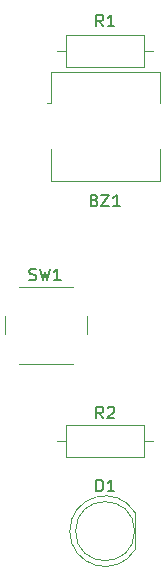
<source format=gbr>
%TF.GenerationSoftware,KiCad,Pcbnew,5.1.9*%
%TF.CreationDate,2021-03-28T18:49:31-04:00*%
%TF.ProjectId,easybutton,65617379-6275-4747-946f-6e2e6b696361,rev?*%
%TF.SameCoordinates,Original*%
%TF.FileFunction,Legend,Top*%
%TF.FilePolarity,Positive*%
%FSLAX46Y46*%
G04 Gerber Fmt 4.6, Leading zero omitted, Abs format (unit mm)*
G04 Created by KiCad (PCBNEW 5.1.9) date 2021-03-28 18:49:31*
%MOMM*%
%LPD*%
G01*
G04 APERTURE LIST*
%ADD10C,0.120000*%
%ADD11C,0.150000*%
G04 APERTURE END LIST*
D10*
%TO.C,D1*%
X143530000Y-123465000D02*
X143530000Y-120375000D01*
X143470000Y-121920000D02*
G75*
G03*
X143470000Y-121920000I-2500000J0D01*
G01*
X137980000Y-121919538D02*
G75*
G03*
X143530000Y-123464830I2990000J-462D01*
G01*
X137980000Y-121920462D02*
G75*
G02*
X143530000Y-120375170I2990000J462D01*
G01*
%TO.C,R1*%
X136930000Y-81280000D02*
X137700000Y-81280000D01*
X145010000Y-81280000D02*
X144240000Y-81280000D01*
X137700000Y-82650000D02*
X144240000Y-82650000D01*
X137700000Y-79910000D02*
X137700000Y-82650000D01*
X144240000Y-79910000D02*
X137700000Y-79910000D01*
X144240000Y-82650000D02*
X144240000Y-79910000D01*
%TO.C,SW1*%
X139465000Y-105235000D02*
X139465000Y-103735000D01*
X138215000Y-101235000D02*
X133715000Y-101235000D01*
X132465000Y-103735000D02*
X132465000Y-105235000D01*
X133715000Y-107735000D02*
X138215000Y-107735000D01*
%TO.C,BZ1*%
X136360000Y-85670000D02*
X136360000Y-83020000D01*
X136360000Y-83020000D02*
X145580000Y-83020000D01*
X145580000Y-83020000D02*
X145580000Y-85670000D01*
X145580000Y-89590000D02*
X145580000Y-92240000D01*
X145580000Y-92240000D02*
X136360000Y-92240000D01*
X136360000Y-92240000D02*
X136360000Y-89590000D01*
X136360000Y-85670000D02*
X136030000Y-85670000D01*
%TO.C,R2*%
X145010000Y-114300000D02*
X144240000Y-114300000D01*
X136930000Y-114300000D02*
X137700000Y-114300000D01*
X144240000Y-112930000D02*
X137700000Y-112930000D01*
X144240000Y-115670000D02*
X144240000Y-112930000D01*
X137700000Y-115670000D02*
X144240000Y-115670000D01*
X137700000Y-112930000D02*
X137700000Y-115670000D01*
%TO.C,D1*%
D11*
X140231904Y-118562380D02*
X140231904Y-117562380D01*
X140470000Y-117562380D01*
X140612857Y-117610000D01*
X140708095Y-117705238D01*
X140755714Y-117800476D01*
X140803333Y-117990952D01*
X140803333Y-118133809D01*
X140755714Y-118324285D01*
X140708095Y-118419523D01*
X140612857Y-118514761D01*
X140470000Y-118562380D01*
X140231904Y-118562380D01*
X141755714Y-118562380D02*
X141184285Y-118562380D01*
X141470000Y-118562380D02*
X141470000Y-117562380D01*
X141374761Y-117705238D01*
X141279523Y-117800476D01*
X141184285Y-117848095D01*
%TO.C,R1*%
X140803333Y-79192380D02*
X140470000Y-78716190D01*
X140231904Y-79192380D02*
X140231904Y-78192380D01*
X140612857Y-78192380D01*
X140708095Y-78240000D01*
X140755714Y-78287619D01*
X140803333Y-78382857D01*
X140803333Y-78525714D01*
X140755714Y-78620952D01*
X140708095Y-78668571D01*
X140612857Y-78716190D01*
X140231904Y-78716190D01*
X141755714Y-79192380D02*
X141184285Y-79192380D01*
X141470000Y-79192380D02*
X141470000Y-78192380D01*
X141374761Y-78335238D01*
X141279523Y-78430476D01*
X141184285Y-78478095D01*
%TO.C,SW1*%
X134556666Y-100639761D02*
X134699523Y-100687380D01*
X134937619Y-100687380D01*
X135032857Y-100639761D01*
X135080476Y-100592142D01*
X135128095Y-100496904D01*
X135128095Y-100401666D01*
X135080476Y-100306428D01*
X135032857Y-100258809D01*
X134937619Y-100211190D01*
X134747142Y-100163571D01*
X134651904Y-100115952D01*
X134604285Y-100068333D01*
X134556666Y-99973095D01*
X134556666Y-99877857D01*
X134604285Y-99782619D01*
X134651904Y-99735000D01*
X134747142Y-99687380D01*
X134985238Y-99687380D01*
X135128095Y-99735000D01*
X135461428Y-99687380D02*
X135699523Y-100687380D01*
X135890000Y-99973095D01*
X136080476Y-100687380D01*
X136318571Y-99687380D01*
X137223333Y-100687380D02*
X136651904Y-100687380D01*
X136937619Y-100687380D02*
X136937619Y-99687380D01*
X136842380Y-99830238D01*
X136747142Y-99925476D01*
X136651904Y-99973095D01*
%TO.C,BZ1*%
X140089047Y-93908571D02*
X140231904Y-93956190D01*
X140279523Y-94003809D01*
X140327142Y-94099047D01*
X140327142Y-94241904D01*
X140279523Y-94337142D01*
X140231904Y-94384761D01*
X140136666Y-94432380D01*
X139755714Y-94432380D01*
X139755714Y-93432380D01*
X140089047Y-93432380D01*
X140184285Y-93480000D01*
X140231904Y-93527619D01*
X140279523Y-93622857D01*
X140279523Y-93718095D01*
X140231904Y-93813333D01*
X140184285Y-93860952D01*
X140089047Y-93908571D01*
X139755714Y-93908571D01*
X140660476Y-93432380D02*
X141327142Y-93432380D01*
X140660476Y-94432380D01*
X141327142Y-94432380D01*
X142231904Y-94432380D02*
X141660476Y-94432380D01*
X141946190Y-94432380D02*
X141946190Y-93432380D01*
X141850952Y-93575238D01*
X141755714Y-93670476D01*
X141660476Y-93718095D01*
%TO.C,R2*%
X140803333Y-112382380D02*
X140470000Y-111906190D01*
X140231904Y-112382380D02*
X140231904Y-111382380D01*
X140612857Y-111382380D01*
X140708095Y-111430000D01*
X140755714Y-111477619D01*
X140803333Y-111572857D01*
X140803333Y-111715714D01*
X140755714Y-111810952D01*
X140708095Y-111858571D01*
X140612857Y-111906190D01*
X140231904Y-111906190D01*
X141184285Y-111477619D02*
X141231904Y-111430000D01*
X141327142Y-111382380D01*
X141565238Y-111382380D01*
X141660476Y-111430000D01*
X141708095Y-111477619D01*
X141755714Y-111572857D01*
X141755714Y-111668095D01*
X141708095Y-111810952D01*
X141136666Y-112382380D01*
X141755714Y-112382380D01*
%TD*%
M02*

</source>
